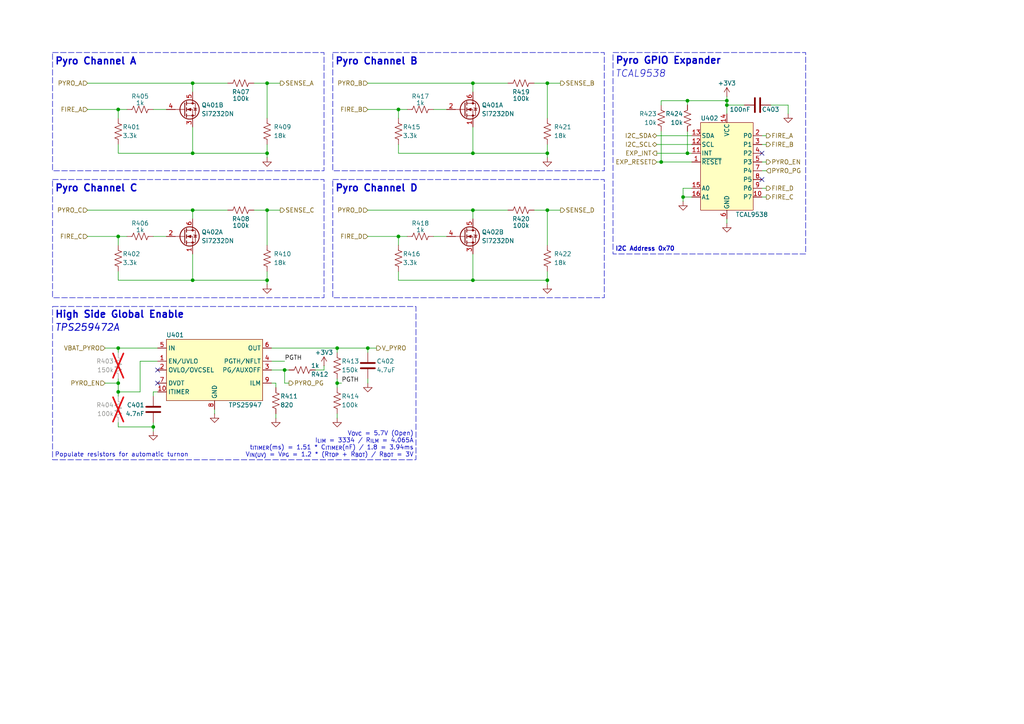
<source format=kicad_sch>
(kicad_sch (version 20250114) (generator "eeschema") (generator_version "9.0")
  (paper "A4")
  (title_block (title "MIDAS Mini Pyrotechnic Circuitry MK1") (date "2025-12-01") (rev "A") (company "Illinois Space Society") (comment 3 "Chethan Karandikar") (comment 4 "Contributors: Linus Mitchell, Anika Stalter, Ryan Choy, Thomas McManamen, "))
  (lib_symbols
    (symbol "Device:C" (pin_numbers (hide yes)) (pin_names (offset 0.254))
      (property "Reference" "C" (at 0.635 2.54 0))
      (property "Value" "C" (at 0.635 -2.54 0))
      (symbol "C_0_1"
        (polyline (pts (xy -2.032 0.762) (xy 2.032 0.762)) (stroke (width 0.508)))
        (polyline (pts (xy -2.032 -0.762) (xy 2.032 -0.762)) (stroke (width 0.508)))
      )
      (symbol "C_1_1"
        (pin passive line (at 0 3.81 270) (length 2.794) (name "~") (number "1"))
        (pin passive line (at 0 -3.81 90) (length 2.794) (name "~") (number "2"))
      )
    )
    (symbol "Device:R_US" (pin_numbers (hide yes)) (pin_names (offset 0))
      (property "Reference" "R" (at 2.54 0 90))
      (property "Value" "R_US" (at -2.54 0 90))
      (symbol "R_US_0_1"
        (polyline (pts (xy 0 2.286) (xy 0 2.54)))
        (polyline (pts (xy 0 2.286) (xy 1.016 1.905) (xy 0 1.524) (xy -1.016 1.143) (xy 0 0.762)))
        (polyline (pts (xy 0 0.762) (xy 1.016 0.381) (xy 0 0) (xy -1.016 -0.381) (xy 0 -0.762)))
        (polyline (pts (xy 0 -0.762) (xy 1.016 -1.143) (xy 0 -1.524) (xy -1.016 -1.905) (xy 0 -2.286)))
        (polyline (pts (xy 0 -2.286) (xy 0 -2.54)))
      )
      (symbol "R_US_1_1"
        (pin passive line (at 0 3.81 270) (length 1.27) (name "~") (number "1"))
        (pin passive line (at 0 -3.81 90) (length 1.27) (name "~") (number "2"))
      )
    )
    (symbol "Interface_Expander_Texas:TCAL9538" (pin_names (offset 0.254))
      (property "Reference" "U" (at -7.62 13.97 0))
      (property "Value" "TCAL9538" (at 7.62 -13.97 0))
      (symbol "TCAL9538_0_1"
        (pin bidirectional line (at -10.16 8.89 0) (length 2.54) (name "SDA") (number "13"))
        (pin input line (at -10.16 6.35 0) (length 2.54) (name "SCL") (number "12"))
        (pin output line (at -10.16 3.81 0) (length 2.54) (name "INT") (number "11"))
        (pin input line (at -10.16 -6.35 0) (length 2.54) (name "A0") (number "15"))
        (pin input line (at -10.16 -8.89 0) (length 2.54) (name "A1") (number "16"))
        (pin power_in line (at 0 15.24 270) (length 2.54) (name "VCC") (number "14"))
        (pin power_out line (at 0 -15.24 90) (length 2.54) (name "GND") (number "6"))
        (pin bidirectional line (at 10.16 6.35 180) (length 2.54) (name "P1") (number "3"))
        (pin bidirectional line (at 10.16 3.81 180) (length 2.54) (name "P2") (number "4"))
        (pin bidirectional line (at 10.16 1.27 180) (length 2.54) (name "P3") (number "5"))
        (pin bidirectional line (at 10.16 -1.27 180) (length 2.54) (name "P4") (number "7"))
        (pin bidirectional line (at 10.16 -3.81 180) (length 2.54) (name "P5") (number "8"))
        (pin bidirectional line (at 10.16 -6.35 180) (length 2.54) (name "P6") (number "9"))
        (pin bidirectional line (at 10.16 -8.89 180) (length 2.54) (name "P7") (number "10"))
      )
      (symbol "TCAL9538_1_1"
        (rectangle (start -7.62 12.7) (end 7.62 -12.7) (fill (type background)))
        (rectangle (start -5.08 12.7) (end -5.08 12.7) (fill (type background)))
        (pin input line (at -10.16 1.27 0) (length 2.54) (name "~{RESET}") (number "1"))
        (pin bidirectional line (at 10.16 8.89 180) (length 2.54) (name "P0") (number "2"))
      )
    )
    (symbol "Power_eFuse:TPS25947"
      (property "Reference" "U" (at -13.97 10.16 0))
      (property "Value" "TPS25947" (at 8.255 10.16 0))
      (symbol "TPS25947_0_0"
        (pin power_in line (at -16.51 6.35 0) (length 2.54) (name "IN") (number "5"))
        (pin input line (at -16.51 2.54 0) (length 2.54) (name "EN/UVLO") (number "1"))
        (pin input line (at -16.51 0 0) (length 2.54) (name "OVLO/OVCSEL") (number "2"))
        (pin output line (at -16.51 -3.81 0) (length 2.54) (name "DVDT") (number "7"))
        (pin output line (at -16.51 -6.35 0) (length 2.54) (name "ITIMER") (number "10"))
        (pin input line (at 0 -11.43 90) (length 2.54) (name "GND") (number "8"))
        (pin power_out line (at 16.51 6.35 180) (length 2.54) (name "OUT") (number "6"))
        (pin bidirectional line (at 16.51 2.54 180) (length 2.54) (name "PGTH/NFLT") (number "4"))
        (pin output line (at 16.51 0 180) (length 2.54) (name "PG/AUXOFF") (number "3"))
        (pin output line (at 16.51 -3.81 180) (length 2.54) (name "ILM") (number "9"))
      )
      (symbol "TPS25947_0_1"
        (rectangle (start -13.97 8.89) (end 13.97 -8.89) (fill (type background)))
      )
    )
    (symbol "Transistor_FET_Vishay:Si7232DN" (pin_names (hide yes))
      (property "Reference" "Q" (at 2.54 -1.27 0))
      (property "Value" "Si7232DN" (at 2.54 1.27 0))
      (symbol "Si7232DN_0_1"
        (polyline (pts (xy -2.286 1.905) (xy -2.286 -1.905)) (stroke (width 0.254)))
        (polyline (pts (xy -2.286 0) (xy -5.08 0)))
        (polyline (pts (xy -1.778 2.286) (xy -1.778 1.27)) (stroke (width 0.254)))
        (polyline (pts (xy -1.778 0.508) (xy -1.778 -0.508)) (stroke (width 0.254)))
        (polyline (pts (xy -1.778 -1.27) (xy -1.778 -2.286)) (stroke (width 0.254)))
        (polyline (pts (xy -1.778 -1.778) (xy 0.762 -1.778) (xy 0.762 1.778) (xy -1.778 1.778)))
        (polyline (pts (xy -1.524 0) (xy -0.508 0.381) (xy -0.508 -0.381) (xy -1.524 0)) (fill (type outline)))
        (circle (center -0.889 0) (radius 2.794) (stroke (width 0.254)))
        (polyline (pts (xy 0 2.54) (xy 0 1.778)))
        (circle (center 0 1.778) (radius 0.254) (fill (type outline)))
        (circle (center 0 -1.778) (radius 0.254) (fill (type outline)))
        (polyline (pts (xy 0 -2.54) (xy 0 0) (xy -1.778 0)))
        (polyline (pts (xy 0.254 0.508) (xy 0.381 0.381) (xy 1.143 0.381) (xy 1.27 0.254)))
        (polyline (pts (xy 0.762 0.381) (xy 0.381 -0.254) (xy 1.143 -0.254) (xy 0.762 0.381)))
      )
      (symbol "Si7232DN_1_0"
        (pin input line (at -7.62 0 0) (length 2.54) (name "G1") (number "2"))
        (pin passive line (at 0 5.08 270) (length 2.54) (name "D1") (number "6"))
        (pin passive line (at 0 -5.08 90) (length 2.54) (name "S1") (number "1"))
      )
      (symbol "Si7232DN_2_0"
        (pin input line (at -7.62 0 0) (length 2.54) (name "G2") (number "4"))
        (pin passive line (at 0 5.08 270) (length 2.54) (name "D2") (number "5"))
        (pin passive line (at 0 -5.08 90) (length 2.54) (name "S2") (number "3"))
      )
    )
    (symbol "power:+3V3" (power) (pin_numbers (hide yes)) (pin_names (offset 0) (hide yes))
      (property "Value" "+3V3" (at 0 3.556 0))
      (symbol "+3V3_0_1"
        (polyline (pts (xy -0.762 1.27) (xy 0 2.54)))
        (polyline (pts (xy 0 2.54) (xy 0.762 1.27)))
        (polyline (pts (xy 0 0) (xy 0 2.54)))
      )
      (symbol "+3V3_1_1"
        (pin power_in line (at 0 0 90) (length 0) (name "~") (number "1"))
      )
    )
    (symbol "power:GND" (power) (pin_numbers (hide yes)) (pin_names (offset 0) (hide yes))
      (property "Value" "GND" (at 0 -3.81 0))
      (symbol "GND_0_1"
        (polyline (pts (xy 0 0) (xy 0 -1.27) (xy 1.27 -1.27) (xy 0 -2.54) (xy -1.27 -1.27) (xy 0 -1.27)))
      )
      (symbol "GND_1_1"
        (pin power_in line (at 0 0 270) (length 0) (name "~") (number "1"))
      )
    )
  )
  (rectangle (start 15.24 52.07) (end 93.98 86.36) (stroke (width 0) (type dash)))
  (rectangle (start 15.24 15.24) (end 93.98 49.53) (stroke (width 0) (type dash)))
  (rectangle (start 96.52 52.07) (end 175.26 86.36) (stroke (width 0) (type dash)))
  (rectangle (start 15.24 88.9) (end 120.65 133.35) (stroke (width 0) (type dash)))
  (rectangle (start 177.8 15.24) (end 233.68 73.66) (stroke (width 0) (type dash)))
  (rectangle (start 96.52 15.24) (end 175.26 49.53) (stroke (width 0) (type dash)))
  (text "I2C Address 0x70" (at 178.435 73.025 0) (effects (font (size 1.27 1.27) (thickness 0.254) (bold yes)) (justify left bottom)))
  (text "Populate resistors for automatic turnon" (at 15.875 132.715 0) (effects (font (size 1.27 1.27)) (justify left bottom)))
  (text "Pyro Channel D" (at 97.155 55.88 0) (effects (font (size 2 2) (thickness 0.4) (bold yes)) (justify left bottom)))
  (text "Pyro Channel C" (at 15.875 55.88 0) (effects (font (size 2 2) (thickness 0.4) (bold yes)) (justify left bottom)))
  (text "V_{OVC} = 5.7V (Open)\nI_{LIM} = 3334 / R_{ILM} = 4.065A\nt_{ITIMER}(ms) = 1.51 * C_{ITIMER}(nF) / 1.8 = 3.94ms\nV_{IN(UV)} = V_{PG} = 1.2 * (R_{TOP} + R_{BOT}) / R_{BOT} = 3V" (at 120.015 132.715 0) (effects (font (size 1.27 1.27)) (justify right bottom)))
  (text "Pyro GPIO Expander" (at 178.435 16.51 0) (effects (font (size 2 2) (thickness 0.4) (bold yes)) (justify left top)))
  (text "Pyro Channel B" (at 97.155 19.05 0) (effects (font (size 2 2) (thickness 0.4) (bold yes)) (justify left bottom)))
  (text "TCAL9538" (at 178.435 20.32 0) (effects (font (size 2 2) (italic yes)) (justify left top)))
  (text "TPS259472A" (at 15.875 93.98 0) (effects (font (size 2 2) (thickness 0.25) (italic yes)) (justify left top)))
  (text "Pyro Channel A" (at 15.875 19.05 0) (effects (font (size 2 2) (thickness 0.4) (bold yes)) (justify left bottom)))
  (text "High Side Global Enable" (at 15.875 90.17 0) (effects (font (size 2 2) (thickness 0.4) (bold yes)) (justify left top)))
  (junction (at 77.47 81.28))
  (junction (at 55.88 81.28))
  (junction (at 34.29 113.665))
  (junction (at 106.68 100.965))
  (junction (at 210.82 29.21))
  (junction (at 137.16 81.28))
  (junction (at 34.29 100.965))
  (junction (at 77.47 24.13))
  (junction (at 137.16 44.45))
  (junction (at 115.57 31.75))
  (junction (at 210.82 30.48))
  (junction (at 198.12 57.15))
  (junction (at 34.29 111.125))
  (junction (at 199.39 29.21))
  (junction (at 158.75 60.96))
  (junction (at 55.88 60.96))
  (junction (at 97.79 100.965))
  (junction (at 77.47 44.45))
  (junction (at 191.77 46.99))
  (junction (at 55.88 44.45))
  (junction (at 158.75 44.45))
  (junction (at 55.88 24.13))
  (junction (at 34.29 31.75))
  (junction (at 44.45 123.825))
  (junction (at 158.75 24.13))
  (junction (at 199.39 44.45))
  (junction (at 34.29 68.58))
  (junction (at 82.55 107.315))
  (junction (at 137.16 24.13))
  (junction (at 97.79 111.125))
  (junction (at 115.57 68.58))
  (junction (at 158.75 81.28))
  (junction (at 137.16 60.96))
  (junction (at 77.47 60.96))
  (no_connect (at 45.72 111.125))
  (no_connect (at 220.98 44.45))
  (no_connect (at 45.72 107.315))
  (no_connect (at 220.98 52.07))
  (wire (pts (xy 137.16 44.45) (xy 158.75 44.45)))
  (wire (pts (xy 30.48 100.965) (xy 34.29 100.965)))
  (wire (pts (xy 44.45 123.825) (xy 44.45 125.095)))
  (wire (pts (xy 220.98 49.53) (xy 222.25 49.53)))
  (wire (pts (xy 93.98 107.315) (xy 91.44 107.315)))
  (wire (pts (xy 210.82 27.94) (xy 210.82 29.21)))
  (wire (pts (xy 34.29 113.665) (xy 34.29 114.935)))
  (wire (pts (xy 77.47 78.74) (xy 77.47 81.28)))
  (wire (pts (xy 44.45 122.555) (xy 44.45 123.825)))
  (wire (pts (xy 154.94 24.13) (xy 158.75 24.13)))
  (wire (pts (xy 97.79 109.855) (xy 97.79 111.125)))
  (wire (pts (xy 115.57 44.45) (xy 115.57 41.91)))
  (wire (pts (xy 44.45 68.58) (xy 48.26 68.58)))
  (wire (pts (xy 158.75 81.28) (xy 158.75 82.55)))
  (wire (pts (xy 25.4 31.75) (xy 34.29 31.75)))
  (wire (pts (xy 34.29 31.75) (xy 34.29 34.29)))
  (wire (pts (xy 228.6 30.48) (xy 228.6 33.02)))
  (wire (pts (xy 118.11 68.58) (xy 115.57 68.58)))
  (wire (pts (xy 222.25 39.37) (xy 220.98 39.37)))
  (wire (pts (xy 25.4 24.13) (xy 55.88 24.13)))
  (wire (pts (xy 36.83 31.75) (xy 34.29 31.75)))
  (wire (pts (xy 198.12 54.61) (xy 198.12 57.15)))
  (wire (pts (xy 55.88 44.45) (xy 77.47 44.45)))
  (wire (pts (xy 77.47 60.96) (xy 77.47 71.12)))
  (wire (pts (xy 137.16 24.13) (xy 147.32 24.13)))
  (wire (pts (xy 34.29 109.855) (xy 34.29 111.125)))
  (wire (pts (xy 137.16 24.13) (xy 137.16 26.67)))
  (wire (pts (xy 137.16 60.96) (xy 147.32 60.96)))
  (wire (pts (xy 190.5 46.99) (xy 191.77 46.99)))
  (wire (pts (xy 78.74 111.125) (xy 80.01 111.125)))
  (wire (pts (xy 158.75 60.96) (xy 158.75 71.12)))
  (wire (pts (xy 44.45 113.665) (xy 44.45 114.935)))
  (wire (pts (xy 198.12 57.15) (xy 198.12 58.42)))
  (wire (pts (xy 78.74 104.775) (xy 82.55 104.775)))
  (wire (pts (xy 222.25 41.91) (xy 220.98 41.91)))
  (wire (pts (xy 81.28 24.13) (xy 77.47 24.13)))
  (wire (pts (xy 137.16 81.28) (xy 158.75 81.28)))
  (wire (pts (xy 220.98 57.15) (xy 222.25 57.15)))
  (wire (pts (xy 106.68 31.75) (xy 115.57 31.75)))
  (wire (pts (xy 190.5 41.91) (xy 200.66 41.91)))
  (wire (pts (xy 77.47 24.13) (xy 77.47 34.29)))
  (wire (pts (xy 55.88 60.96) (xy 55.88 63.5)))
  (wire (pts (xy 55.88 24.13) (xy 66.04 24.13)))
  (wire (pts (xy 199.39 29.21) (xy 210.82 29.21)))
  (wire (pts (xy 191.77 46.99) (xy 200.66 46.99)))
  (wire (pts (xy 81.28 60.96) (xy 77.47 60.96)))
  (wire (pts (xy 34.29 100.965) (xy 45.72 100.965)))
  (wire (pts (xy 82.55 111.125) (xy 83.82 111.125)))
  (wire (pts (xy 115.57 44.45) (xy 137.16 44.45)))
  (wire (pts (xy 73.66 24.13) (xy 77.47 24.13)))
  (wire (pts (xy 162.56 24.13) (xy 158.75 24.13)))
  (wire (pts (xy 115.57 68.58) (xy 115.57 71.12)))
  (wire (pts (xy 115.57 31.75) (xy 115.57 34.29)))
  (wire (pts (xy 34.29 111.125) (xy 34.29 113.665)))
  (wire (pts (xy 115.57 81.28) (xy 115.57 78.74)))
  (wire (pts (xy 25.4 68.58) (xy 34.29 68.58)))
  (wire (pts (xy 154.94 60.96) (xy 158.75 60.96)))
  (wire (pts (xy 77.47 81.28) (xy 77.47 82.55)))
  (wire (pts (xy 44.45 123.825) (xy 34.29 123.825)))
  (wire (pts (xy 118.11 31.75) (xy 115.57 31.75)))
  (wire (pts (xy 34.29 102.235) (xy 34.29 100.965)))
  (wire (pts (xy 93.98 106.045) (xy 93.98 107.315)))
  (wire (pts (xy 44.45 31.75) (xy 48.26 31.75)))
  (wire (pts (xy 137.16 60.96) (xy 137.16 63.5)))
  (wire (pts (xy 55.88 81.28) (xy 77.47 81.28)))
  (wire (pts (xy 191.77 38.1) (xy 191.77 46.99)))
  (wire (pts (xy 158.75 78.74) (xy 158.75 81.28)))
  (wire (pts (xy 77.47 45.72) (xy 77.47 44.45)))
  (wire (pts (xy 82.55 107.315) (xy 82.55 111.125)))
  (wire (pts (xy 109.22 100.965) (xy 106.68 100.965)))
  (wire (pts (xy 162.56 60.96) (xy 158.75 60.96)))
  (wire (pts (xy 97.79 120.015) (xy 97.79 121.285)))
  (wire (pts (xy 40.64 113.665) (xy 40.64 104.775)))
  (wire (pts (xy 191.77 29.21) (xy 199.39 29.21)))
  (wire (pts (xy 34.29 81.28) (xy 55.88 81.28)))
  (wire (pts (xy 97.79 100.965) (xy 97.79 102.235)))
  (wire (pts (xy 30.48 111.125) (xy 34.29 111.125)))
  (wire (pts (xy 40.64 104.775) (xy 45.72 104.775)))
  (wire (pts (xy 158.75 41.91) (xy 158.75 44.45)))
  (wire (pts (xy 158.75 44.45) (xy 158.75 45.72)))
  (wire (pts (xy 190.5 44.45) (xy 199.39 44.45)))
  (wire (pts (xy 115.57 81.28) (xy 137.16 81.28)))
  (wire (pts (xy 199.39 38.1) (xy 199.39 44.45)))
  (wire (pts (xy 106.68 100.965) (xy 106.68 102.235)))
  (wire (pts (xy 62.23 118.745) (xy 62.23 120.015)))
  (wire (pts (xy 55.88 24.13) (xy 55.88 26.67)))
  (wire (pts (xy 223.52 30.48) (xy 228.6 30.48)))
  (wire (pts (xy 106.68 68.58) (xy 115.57 68.58)))
  (wire (pts (xy 34.29 44.45) (xy 55.88 44.45)))
  (wire (pts (xy 78.74 100.965) (xy 97.79 100.965)))
  (wire (pts (xy 137.16 44.45) (xy 137.16 36.83)))
  (wire (pts (xy 199.39 44.45) (xy 200.66 44.45)))
  (wire (pts (xy 80.01 112.395) (xy 80.01 111.125)))
  (wire (pts (xy 73.66 60.96) (xy 77.47 60.96)))
  (wire (pts (xy 199.39 29.21) (xy 199.39 30.48)))
  (wire (pts (xy 158.75 24.13) (xy 158.75 34.29)))
  (wire (pts (xy 45.72 113.665) (xy 44.45 113.665)))
  (wire (pts (xy 34.29 123.825) (xy 34.29 122.555)))
  (wire (pts (xy 36.83 68.58) (xy 34.29 68.58)))
  (wire (pts (xy 210.82 63.5) (xy 210.82 64.77)))
  (wire (pts (xy 80.01 120.015) (xy 80.01 121.285)))
  (wire (pts (xy 82.55 107.315) (xy 83.82 107.315)))
  (wire (pts (xy 137.16 81.28) (xy 137.16 73.66)))
  (wire (pts (xy 78.74 107.315) (xy 82.55 107.315)))
  (wire (pts (xy 34.29 81.28) (xy 34.29 78.74)))
  (wire (pts (xy 97.79 111.125) (xy 97.79 112.395)))
  (wire (pts (xy 125.73 31.75) (xy 129.54 31.75)))
  (wire (pts (xy 190.5 39.37) (xy 200.66 39.37)))
  (wire (pts (xy 106.68 24.13) (xy 137.16 24.13)))
  (wire (pts (xy 106.68 109.855) (xy 106.68 111.125)))
  (wire (pts (xy 77.47 41.91) (xy 77.47 44.45)))
  (wire (pts (xy 25.4 60.96) (xy 55.88 60.96)))
  (wire (pts (xy 106.68 60.96) (xy 137.16 60.96)))
  (wire (pts (xy 97.79 111.125) (xy 99.06 111.125)))
  (wire (pts (xy 55.88 81.28) (xy 55.88 73.66)))
  (wire (pts (xy 210.82 30.48) (xy 210.82 33.02)))
  (wire (pts (xy 198.12 57.15) (xy 200.66 57.15)))
  (wire (pts (xy 200.66 54.61) (xy 198.12 54.61)))
  (wire (pts (xy 191.77 30.48) (xy 191.77 29.21)))
  (wire (pts (xy 34.29 68.58) (xy 34.29 71.12)))
  (wire (pts (xy 34.29 44.45) (xy 34.29 41.91)))
  (wire (pts (xy 210.82 29.21) (xy 210.82 30.48)))
  (wire (pts (xy 222.25 46.99) (xy 220.98 46.99)))
  (wire (pts (xy 106.68 100.965) (xy 97.79 100.965)))
  (wire (pts (xy 210.82 30.48) (xy 215.9 30.48)))
  (wire (pts (xy 55.88 44.45) (xy 55.88 36.83)))
  (wire (pts (xy 55.88 60.96) (xy 66.04 60.96)))
  (wire (pts (xy 220.98 54.61) (xy 222.25 54.61)))
  (wire (pts (xy 34.29 113.665) (xy 40.64 113.665)))
  (wire (pts (xy 125.73 68.58) (xy 129.54 68.58)))
  (label "PGTH" (at 99.06 111.125 0))
  (label "PGTH" (at 82.55 104.775 0))
  (hierarchical_label "VBAT_PYRO" (shape input) (at 30.48 100.965 180))
  (hierarchical_label "PYRO_PG" (shape output) (at 83.82 111.125 0))
  (hierarchical_label "FIRE_D" (shape input) (at 106.68 68.58 180))
  (hierarchical_label "PYRO_D" (shape input) (at 106.68 60.96 180))
  (hierarchical_label "PYRO_EN" (shape output) (at 222.25 46.99 0))
  (hierarchical_label "FIRE_C" (shape output) (at 222.25 57.15 0))
  (hierarchical_label "V_PYRO" (shape output) (at 109.22 100.965 0))
  (hierarchical_label "SENSE_C" (shape output) (at 81.28 60.96 0))
  (hierarchical_label "FIRE_B" (shape output) (at 222.25 41.91 0))
  (hierarchical_label "I2C_SDA" (shape bidirectional) (at 190.5 39.37 180))
  (hierarchical_label "PYRO_B" (shape input) (at 106.68 24.13 180))
  (hierarchical_label "SENSE_D" (shape output) (at 162.56 60.96 0))
  (hierarchical_label "PYRO_EN" (shape input) (at 30.48 111.125 180))
  (hierarchical_label "FIRE_D" (shape output) (at 222.25 54.61 0))
  (hierarchical_label "PYRO_PG" (shape input) (at 222.25 49.53 0))
  (hierarchical_label "FIRE_A" (shape output) (at 222.25 39.37 0))
  (hierarchical_label "FIRE_A" (shape input) (at 25.4 31.75 180))
  (hierarchical_label "EXP_RESET" (shape input) (at 190.5 46.99 180))
  (hierarchical_label "FIRE_C" (shape input) (at 25.4 68.58 180))
  (hierarchical_label "FIRE_B" (shape input) (at 106.68 31.75 180))
  (hierarchical_label "EXP_INT" (shape output) (at 190.5 44.45 180))
  (hierarchical_label "SENSE_A" (shape output) (at 81.28 24.13 0))
  (hierarchical_label "I2C_SCL" (shape bidirectional) (at 190.5 41.91 180))
  (hierarchical_label "PYRO_C" (shape input) (at 25.4 60.96 180))
  (hierarchical_label "PYRO_A" (shape input) (at 25.4 24.13 180))
  (hierarchical_label "SENSE_B" (shape output) (at 162.56 24.13 0))
  (symbol (lib_id "power:GND") (at 97.79 121.285 0) (unit 1)
    (property "Reference" "#PWR0407" (effects (hide yes)))
    (property "Value" "GND" (effects (hide yes)))
    (property "Description" "Power symbol creates a global label with name \"GND\" , ground" (effects (hide yes)))
  )
  (symbol (lib_id "Power_eFuse:TPS25947") (at 62.23 107.315 0) (unit 1)
    (property "Reference" "U401" (at 50.8 97.155 0))
    (property "Value" "TPS25947" (at 71.12 117.475 0))
    (property "Footprint" "Package_VQFN:VQFN-HR-RPW0010A" (effects (hide yes)))
    (property "Datasheet" "https://www.ti.com/lit/ds/symlink/tps25947.pdf" (effects (hide yes)))
    (property "Description" "2.7V - 23V, 5.5A, 28mOhm, eFuse, Reversue Current and Polarity Blocking, Current Limiting, VQFN-HR" (effects (hide yes)))
  )
  (symbol (lib_id "Device:R_US") (at 77.47 74.93 180) (unit 1)
    (property "Reference" "R410" (at 79.375 73.66 0) (effects (justify right)))
    (property "Value" "18k" (at 79.375 76.2 0) (effects (justify right)))
    (property "Footprint" "Resistor_SMD:R_0402_1005Metric" (effects (hide yes)))
  )
  (symbol (lib_id "Device:R_US") (at 199.39 34.29 0) (mirror x) (unit 1)
    (property "Reference" "R424" (at 198.12 33.02 0) (effects (justify right)))
    (property "Value" "10k" (at 198.12 35.56 0) (effects (justify right)))
    (property "Footprint" "Resistor_SMD:R_0402_1005Metric" (effects (hide yes)))
  )
  (symbol (lib_id "Transistor_FET_Vishay:Si7232DN") (at 137.16 68.58 0) (unit 2)
    (property "Reference" "Q402" (at 139.7 67.31 0) (effects (justify left)))
    (property "Value" "Si7232DN" (at 139.7 69.85 0) (effects (justify left)))
    (property "Footprint" "Transistor_FET_Vishay:Vishay_PowerPAK_1212-8_Dual" (effects (hide yes)))
    (property "Datasheet" "https://www.vishay.com/docs/68986/si7232dn.pdf" (effects (hide yes)))
    (property "Description" "25A Id, 20Vd, Dual N-Channel MOSFET, PowerPak 1212-8" (effects (hide yes)))
  )
  (symbol (lib_id "Device:C") (at 219.71 30.48 270) (unit 1)
    (property "Reference" "C403" (at 223.52 31.75 90))
    (property "Value" "100nF" (at 214.63 31.75 90))
    (property "Footprint" "Capacitor_SMD:C_0402_1005Metric" (effects (hide yes)))
    (property "Description" "Unpolarized capacitor" (effects (hide yes)))
  )
  (symbol (lib_id "power:GND") (at 80.01 121.285 0) (unit 1)
    (property "Reference" "#PWR0405" (effects (hide yes)))
    (property "Value" "GND" (effects (hide yes)))
    (property "Description" "Power symbol creates a global label with name \"GND\" , ground" (effects (hide yes)))
  )
  (symbol (lib_id "Device:R_US") (at 158.75 38.1 180) (unit 1)
    (property "Reference" "R421" (at 160.655 36.83 0) (effects (justify right)))
    (property "Value" "18k" (at 160.655 39.37 0) (effects (justify right)))
    (property "Footprint" "Resistor_SMD:R_0402_1005Metric" (effects (hide yes)))
  )
  (symbol (lib_id "power:GND") (at 210.82 64.77 0) (unit 1)
    (property "Reference" "#PWR0413" (effects (hide yes)))
    (property "Value" "GND" (effects (hide yes)))
    (property "Description" "Power symbol creates a global label with name \"GND\" , ground" (effects (hide yes)))
  )
  (symbol (lib_id "Device:R_US") (at 34.29 106.045 0) (unit 1) (dnp yes)
    (property "Reference" "R403" (at 33.02 104.775 0) (effects (justify right)))
    (property "Value" "150k" (at 33.02 107.315 0) (effects (justify right)))
    (property "Footprint" "Resistor_SMD:R_0402_1005Metric" (effects (hide yes)))
    (property "Description" "Resistor, US symbol" (effects (hide yes)))
  )
  (symbol (lib_id "Device:R_US") (at 158.75 74.93 180) (unit 1)
    (property "Reference" "R422" (at 160.655 73.66 0) (effects (justify right)))
    (property "Value" "18k" (at 160.655 76.2 0) (effects (justify right)))
    (property "Footprint" "Resistor_SMD:R_0402_1005Metric" (effects (hide yes)))
  )
  (symbol (lib_id "Transistor_FET_Vishay:Si7232DN") (at 55.88 68.58 0) (unit 1)
    (property "Reference" "Q402" (at 58.42 67.31 0) (effects (justify left)))
    (property "Value" "Si7232DN" (at 58.42 69.85 0) (effects (justify left)))
    (property "Footprint" "Transistor_FET_Vishay:Vishay_PowerPAK_1212-8_Dual" (effects (hide yes)))
    (property "Datasheet" "https://www.vishay.com/docs/68986/si7232dn.pdf" (effects (hide yes)))
    (property "Description" "25A Id, 20Vd, Dual N-Channel MOSFET, PowerPak 1212-8" (effects (hide yes)))
  )
  (symbol (lib_id "Device:R_US") (at 80.01 116.205 0) (unit 1)
    (property "Reference" "R411" (at 81.28 114.935 0) (effects (justify left)))
    (property "Value" "820" (at 81.28 117.475 0) (effects (justify left)))
    (property "Footprint" "Resistor_SMD:R_0402_1005Metric" (effects (hide yes)))
    (property "Description" "Resistor, US symbol" (effects (hide yes)))
  )
  (symbol (lib_id "Device:R_US") (at 97.79 116.205 0) (unit 1)
    (property "Reference" "R414" (at 99.06 114.935 0) (effects (justify left)))
    (property "Value" "100k" (at 99.06 117.475 0) (effects (justify left)))
    (property "Footprint" "Resistor_SMD:R_0402_1005Metric" (effects (hide yes)))
    (property "Description" "Resistor, US symbol" (effects (hide yes)))
  )
  (symbol (lib_id "Device:R_US") (at 191.77 34.29 180) (unit 1)
    (property "Reference" "R423" (at 190.5 33.02 0) (effects (justify left)))
    (property "Value" "10k" (at 190.5 35.56 0) (effects (justify left)))
    (property "Footprint" "Resistor_SMD:R_0402_1005Metric" (effects (hide yes)))
  )
  (symbol (lib_id "power:GND") (at 77.47 82.55 0) (unit 1)
    (property "Reference" "#PWR0404" (effects (hide yes)))
    (property "Value" "GND" (effects (hide yes)))
    (property "Description" "Power symbol creates a global label with name \"GND\" , ground" (effects (hide yes)))
  )
  (symbol (lib_id "Device:R_US") (at 34.29 74.93 0) (unit 1)
    (property "Reference" "R402" (at 35.56 73.66 0) (effects (justify left)))
    (property "Value" "3.3k" (at 35.56 76.2 0) (effects (justify left)))
    (property "Footprint" "Resistor_SMD:R_0402_1005Metric" (effects (hide yes)))
  )
  (symbol (lib_id "Device:R_US") (at 69.85 60.96 270) (unit 1)
    (property "Reference" "R408" (at 69.85 63.5 90))
    (property "Value" "100k" (at 69.85 65.405 90))
    (property "Footprint" "Resistor_SMD:R_0402_1005Metric" (effects (hide yes)))
  )
  (symbol (lib_id "Device:R_US") (at 151.13 60.96 270) (unit 1)
    (property "Reference" "R420" (at 151.13 63.5 90))
    (property "Value" "100k" (at 151.13 65.405 90))
    (property "Footprint" "Resistor_SMD:R_0402_1005Metric" (effects (hide yes)))
  )
  (symbol (lib_id "Device:R_US") (at 40.64 31.75 90) (unit 1)
    (property "Reference" "R405" (at 40.64 27.94 90))
    (property "Value" "1k" (at 40.64 29.845 90))
    (property "Footprint" "Resistor_SMD:R_0402_1005Metric" (effects (hide yes)))
  )
  (symbol (lib_id "power:GND") (at 77.47 45.72 0) (unit 1)
    (property "Reference" "#PWR0403" (effects (hide yes)))
    (property "Value" "GND" (effects (hide yes)))
    (property "Description" "Power symbol creates a global label with name \"GND\" , ground" (effects (hide yes)))
  )
  (symbol (lib_id "Device:R_US") (at 115.57 38.1 0) (unit 1)
    (property "Reference" "R415" (at 116.84 36.83 0) (effects (justify left)))
    (property "Value" "3.3k" (at 116.84 39.37 0) (effects (justify left)))
    (property "Footprint" "Resistor_SMD:R_0402_1005Metric" (effects (hide yes)))
  )
  (symbol (lib_id "Device:R_US") (at 87.63 107.315 90) (unit 1)
    (property "Reference" "R412" (at 90.17 108.585 90) (effects (justify right)))
    (property "Value" "1k" (at 90.17 106.045 90) (effects (justify right)))
    (property "Footprint" "Resistor_SMD:R_0402_1005Metric" (effects (hide yes)))
    (property "Description" "Resistor, US symbol" (effects (hide yes)))
  )
  (symbol (lib_id "Transistor_FET_Vishay:Si7232DN") (at 137.16 31.75 0) (unit 1)
    (property "Reference" "Q401" (at 139.7 30.48 0) (effects (justify left)))
    (property "Value" "Si7232DN" (at 139.7 33.02 0) (effects (justify left)))
    (property "Footprint" "Transistor_FET_Vishay:Vishay_PowerPAK_1212-8_Dual" (effects (hide yes)))
    (property "Datasheet" "https://www.vishay.com/docs/68986/si7232dn.pdf" (effects (hide yes)))
    (property "Description" "25A Id, 20Vd, Dual N-Channel MOSFET, PowerPak 1212-8" (effects (hide yes)))
  )
  (symbol (lib_id "Transistor_FET_Vishay:Si7232DN") (at 55.88 31.75 0) (unit 2)
    (property "Reference" "Q401" (at 58.42 30.48 0) (effects (justify left)))
    (property "Value" "Si7232DN" (at 58.42 33.02 0) (effects (justify left)))
    (property "Footprint" "Transistor_FET_Vishay:Vishay_PowerPAK_1212-8_Dual" (effects (hide yes)))
    (property "Datasheet" "https://www.vishay.com/docs/68986/si7232dn.pdf" (effects (hide yes)))
    (property "Description" "25A Id, 20Vd, Dual N-Channel MOSFET, PowerPak 1212-8" (effects (hide yes)))
  )
  (symbol (lib_id "power:GND") (at 44.45 125.095 0) (unit 1)
    (property "Reference" "#PWR0401" (effects (hide yes)))
    (property "Value" "GND" (effects (hide yes)))
    (property "Description" "Power symbol creates a global label with name \"GND\" , ground" (effects (hide yes)))
  )
  (symbol (lib_id "Device:R_US") (at 121.92 68.58 90) (unit 1)
    (property "Reference" "R418" (at 121.92 64.77 90))
    (property "Value" "1k" (at 121.92 66.675 90))
    (property "Footprint" "Resistor_SMD:R_0402_1005Metric" (effects (hide yes)))
  )
  (symbol (lib_id "Device:R_US") (at 115.57 74.93 0) (unit 1)
    (property "Reference" "R416" (at 116.84 73.66 0) (effects (justify left)))
    (property "Value" "3.3k" (at 116.84 76.2 0) (effects (justify left)))
    (property "Footprint" "Resistor_SMD:R_0402_1005Metric" (effects (hide yes)))
  )
  (symbol (lib_id "power:+3V3") (at 93.98 106.045 0) (unit 1)
    (property "Reference" "#PWR0406" (effects (hide yes)))
    (property "Value" "+3V3" (at 93.98 102.235 0))
    (property "Description" "Power symbol creates a global label with name \"+3V3\"" (effects (hide yes)))
  )
  (symbol (lib_id "power:GND") (at 62.23 120.015 0) (unit 1)
    (property "Reference" "#PWR0402" (effects (hide yes)))
    (property "Value" "GND" (effects (hide yes)))
    (property "Description" "Power symbol creates a global label with name \"GND\" , ground" (effects (hide yes)))
  )
  (symbol (lib_id "Device:R_US") (at 121.92 31.75 90) (unit 1)
    (property "Reference" "R417" (at 121.92 27.94 90))
    (property "Value" "1k" (at 121.92 29.845 90))
    (property "Footprint" "Resistor_SMD:R_0402_1005Metric" (effects (hide yes)))
  )
  (symbol (lib_id "power:GND") (at 228.6 33.02 0) (unit 1)
    (property "Reference" "#PWR0414" (effects (hide yes)))
    (property "Value" "GND" (effects (hide yes)))
    (property "Description" "Power symbol creates a global label with name \"GND\" , ground" (effects (hide yes)))
  )
  (symbol (lib_id "power:GND") (at 106.68 111.125 0) (unit 1)
    (property "Reference" "#PWR0408" (effects (hide yes)))
    (property "Value" "GND" (effects (hide yes)))
    (property "Description" "Power symbol creates a global label with name \"GND\" , ground" (effects (hide yes)))
  )
  (symbol (lib_id "power:GND") (at 158.75 45.72 0) (unit 1)
    (property "Reference" "#PWR0409" (effects (hide yes)))
    (property "Value" "GND" (effects (hide yes)))
    (property "Description" "Power symbol creates a global label with name \"GND\" , ground" (effects (hide yes)))
  )
  (symbol (lib_id "Device:C") (at 106.68 106.045 0) (mirror y) (unit 1)
    (property "Reference" "C402" (at 109.22 104.775 0) (effects (justify right)))
    (property "Value" "4.7uF" (at 109.22 107.315 0) (effects (justify right)))
    (property "Footprint" "Capacitor_SMD:C_0402_1005Metric" (effects (hide yes)))
    (property "Description" "Unpolarized capacitor" (effects (hide yes)))
  )
  (symbol (lib_id "power:GND") (at 158.75 82.55 0) (unit 1)
    (property "Reference" "#PWR0410" (effects (hide yes)))
    (property "Value" "GND" (effects (hide yes)))
    (property "Description" "Power symbol creates a global label with name \"GND\" , ground" (effects (hide yes)))
  )
  (symbol (lib_id "Device:C") (at 44.45 118.745 0) (unit 1)
    (property "Reference" "C401" (at 41.91 117.475 0) (effects (justify right)))
    (property "Value" "4.7nF" (at 41.91 120.015 0) (effects (justify right)))
    (property "Footprint" "Capacitor_SMD:C_0402_1005Metric" (effects (hide yes)))
    (property "Description" "Unpolarized capacitor" (effects (hide yes)))
  )
  (symbol (lib_id "Device:R_US") (at 77.47 38.1 180) (unit 1)
    (property "Reference" "R409" (at 79.375 36.83 0) (effects (justify right)))
    (property "Value" "18k" (at 79.375 39.37 0) (effects (justify right)))
    (property "Footprint" "Resistor_SMD:R_0402_1005Metric" (effects (hide yes)))
  )
  (symbol (lib_id "power:+3V3") (at 210.82 27.94 0) (unit 1)
    (property "Reference" "#PWR0412" (effects (hide yes)))
    (property "Value" "+3V3" (at 210.82 24.13 0))
    (property "Description" "Power symbol creates a global label with name \"+3V3\"" (effects (hide yes)))
  )
  (symbol (lib_id "Device:R_US") (at 97.79 106.045 0) (unit 1)
    (property "Reference" "R413" (at 99.06 104.775 0) (effects (justify left)))
    (property "Value" "150k" (at 99.06 107.315 0) (effects (justify left)))
    (property "Footprint" "Resistor_SMD:R_0402_1005Metric" (effects (hide yes)))
    (property "Description" "Resistor, US symbol" (effects (hide yes)))
  )
  (symbol (lib_id "Device:R_US") (at 34.29 118.745 0) (unit 1) (dnp yes)
    (property "Reference" "R404" (at 33.02 117.475 0) (effects (justify right)))
    (property "Value" "100k" (at 33.02 120.015 0) (effects (justify right)))
    (property "Footprint" "Resistor_SMD:R_0402_1005Metric" (effects (hide yes)))
    (property "Description" "Resistor, US symbol" (effects (hide yes)))
  )
  (symbol (lib_id "Device:R_US") (at 151.13 24.13 270) (unit 1)
    (property "Reference" "R419" (at 151.13 26.67 90))
    (property "Value" "100k" (at 151.13 28.575 90))
    (property "Footprint" "Resistor_SMD:R_0402_1005Metric" (effects (hide yes)))
  )
  (symbol (lib_id "Device:R_US") (at 34.29 38.1 0) (unit 1)
    (property "Reference" "R401" (at 35.56 36.83 0) (effects (justify left)))
    (property "Value" "3.3k" (at 35.56 39.37 0) (effects (justify left)))
    (property "Footprint" "Resistor_SMD:R_0402_1005Metric" (effects (hide yes)))
  )
  (symbol (lib_id "Device:R_US") (at 69.85 24.13 270) (unit 1)
    (property "Reference" "R407" (at 69.85 26.67 90))
    (property "Value" "100k" (at 69.85 28.575 90))
    (property "Footprint" "Resistor_SMD:R_0402_1005Metric" (effects (hide yes)))
  )
  (symbol (lib_id "Interface_Expander_Texas:TCAL9538") (at 210.82 48.26 0) (unit 1)
    (property "Reference" "U402" (at 203.2 34.29 0) (effects (justify left)))
    (property "Value" "TCAL9538" (at 213.36 62.23 0) (effects (justify left)))
    (property "Footprint" "Package_DFN_QFN:UQFN-16_1.8x2.6mm_P0.4mm" (effects (hide yes)))
    (property "Datasheet" "https://www.ti.com/lit/ds/symlink/tcal9538.pdf" (effects (hide yes)))
    (property "Description" "8-Bit I2C-Bus, SMBus I/O Expander With Interrupt Output, Reset, and Agile I/O Configuration Registers" (effects (hide yes)))
  )
  (symbol (lib_id "power:GND") (at 198.12 58.42 0) (unit 1)
    (property "Reference" "#PWR0411" (effects (hide yes)))
    (property "Value" "GND" (effects (hide yes)))
    (property "Description" "Power symbol creates a global label with name \"GND\" , ground" (effects (hide yes)))
  )
  (symbol (lib_id "Device:R_US") (at 40.64 68.58 90) (unit 1)
    (property "Reference" "R406" (at 40.64 64.77 90))
    (property "Value" "1k" (at 40.64 66.675 90))
    (property "Footprint" "Resistor_SMD:R_0402_1005Metric" (effects (hide yes)))
  )
)
</source>
